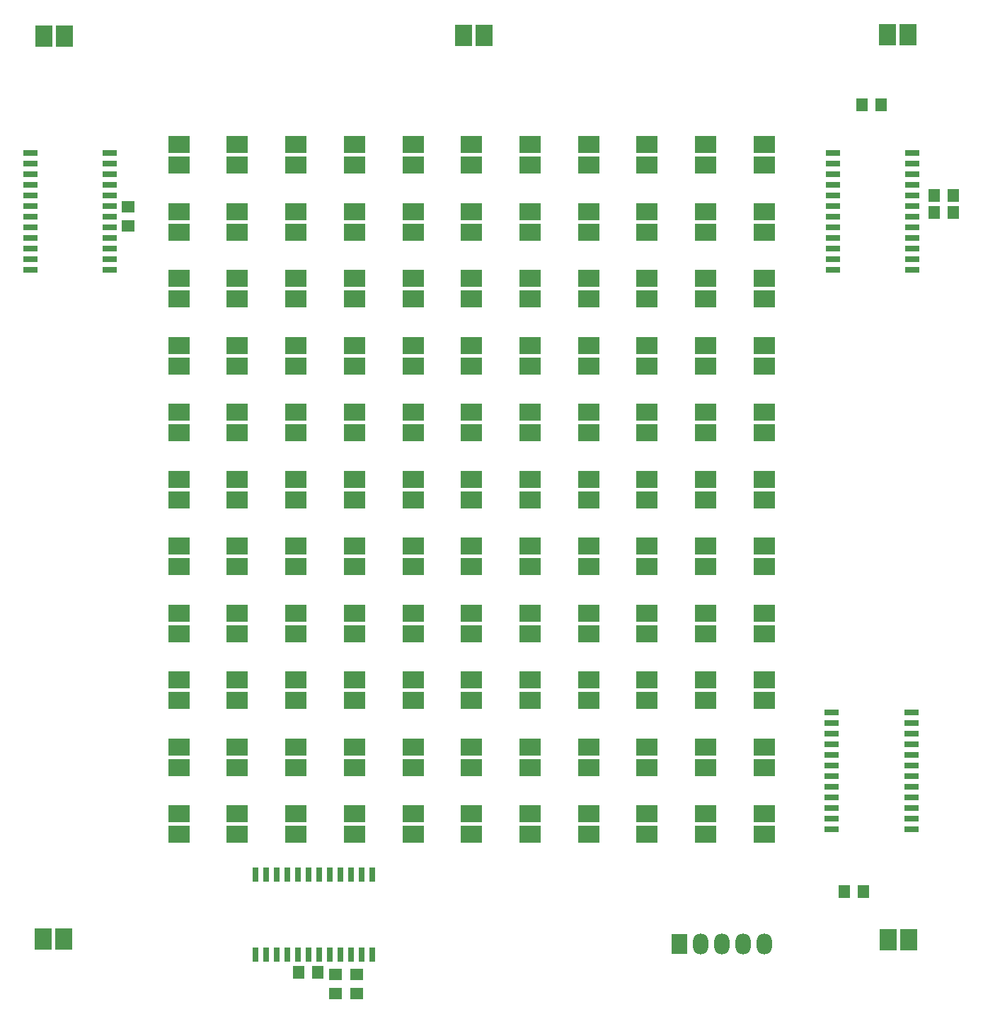
<source format=gts>
G04 Layer_Color=8388736*
%FSTAX24Y24*%
%MOIN*%
G70*
G01*
G75*
%ADD29R,0.0580X0.0630*%
%ADD30R,0.0848X0.0986*%
%ADD31R,0.0986X0.0848*%
%ADD32R,0.0630X0.0580*%
%ADD33R,0.0312X0.0671*%
%ADD34R,0.0671X0.0312*%
%ADD35O,0.0730X0.0980*%
%ADD36R,0.0730X0.0980*%
D29*
X06678Y02388D02*
D03*
X06768D02*
D03*
X04199Y02008D02*
D03*
X04109D02*
D03*
X07102Y05585D02*
D03*
X07192D02*
D03*
X07102Y056655D02*
D03*
X07192D02*
D03*
X06852Y06094D02*
D03*
X06762D02*
D03*
D30*
X048845Y06418D02*
D03*
X04981D02*
D03*
X029045Y021654D02*
D03*
X03001D02*
D03*
X030042Y06417D02*
D03*
X029078D02*
D03*
X069815Y02164D02*
D03*
X06885D02*
D03*
X06976Y06422D02*
D03*
X068795D02*
D03*
D31*
X062992Y027559D02*
D03*
Y026594D02*
D03*
X060236Y027559D02*
D03*
Y026594D02*
D03*
X05748Y027559D02*
D03*
Y026594D02*
D03*
X054724Y027559D02*
D03*
Y026594D02*
D03*
X051968Y027559D02*
D03*
Y026594D02*
D03*
X049213Y027559D02*
D03*
Y026594D02*
D03*
X046457Y027559D02*
D03*
Y026594D02*
D03*
X043701Y027559D02*
D03*
Y026594D02*
D03*
X040945Y027559D02*
D03*
Y026594D02*
D03*
X038189Y027559D02*
D03*
Y026594D02*
D03*
X035433Y027559D02*
D03*
Y026594D02*
D03*
X062992Y030709D02*
D03*
Y029744D02*
D03*
X060236Y030709D02*
D03*
Y029744D02*
D03*
X05748Y030709D02*
D03*
Y029744D02*
D03*
X054724Y030709D02*
D03*
Y029744D02*
D03*
X051968Y030709D02*
D03*
Y029744D02*
D03*
X049213Y030709D02*
D03*
Y029744D02*
D03*
X046457Y030709D02*
D03*
Y029744D02*
D03*
X043701Y030709D02*
D03*
Y029744D02*
D03*
X040945Y030709D02*
D03*
Y029744D02*
D03*
X038189Y030709D02*
D03*
Y029744D02*
D03*
X035433Y030709D02*
D03*
Y029744D02*
D03*
X062992Y033858D02*
D03*
Y032894D02*
D03*
X060236Y033858D02*
D03*
Y032894D02*
D03*
X05748Y033858D02*
D03*
Y032894D02*
D03*
X054724Y033858D02*
D03*
Y032894D02*
D03*
X051968Y033858D02*
D03*
Y032894D02*
D03*
X049213Y033858D02*
D03*
Y032894D02*
D03*
X046457Y033858D02*
D03*
Y032894D02*
D03*
X043701Y033858D02*
D03*
Y032894D02*
D03*
X040945Y033858D02*
D03*
Y032894D02*
D03*
X038189Y033858D02*
D03*
Y032894D02*
D03*
X035433Y033858D02*
D03*
Y032894D02*
D03*
X062992Y037008D02*
D03*
Y036043D02*
D03*
X060236Y037008D02*
D03*
Y036043D02*
D03*
X05748Y037008D02*
D03*
Y036043D02*
D03*
X054724Y037008D02*
D03*
Y036043D02*
D03*
X051968Y037008D02*
D03*
Y036043D02*
D03*
X049213Y037008D02*
D03*
Y036043D02*
D03*
X046457Y037008D02*
D03*
Y036043D02*
D03*
X043701Y037008D02*
D03*
Y036043D02*
D03*
X040945Y037008D02*
D03*
Y036043D02*
D03*
X038189Y037008D02*
D03*
Y036043D02*
D03*
X035433Y037008D02*
D03*
Y036043D02*
D03*
X062992Y040157D02*
D03*
Y039193D02*
D03*
X060236Y040157D02*
D03*
Y039193D02*
D03*
X05748Y040157D02*
D03*
Y039193D02*
D03*
X054724Y040157D02*
D03*
Y039193D02*
D03*
X051968Y040157D02*
D03*
Y039193D02*
D03*
X049213Y040157D02*
D03*
Y039193D02*
D03*
X046457Y040157D02*
D03*
Y039193D02*
D03*
X043701Y040157D02*
D03*
Y039193D02*
D03*
X040945Y040157D02*
D03*
Y039193D02*
D03*
X038189Y040157D02*
D03*
Y039193D02*
D03*
X035433Y040157D02*
D03*
Y039193D02*
D03*
X062992Y043307D02*
D03*
Y042343D02*
D03*
X060236Y043307D02*
D03*
Y042343D02*
D03*
X05748Y043307D02*
D03*
Y042343D02*
D03*
X054724Y043307D02*
D03*
Y042343D02*
D03*
X051968Y043307D02*
D03*
Y042343D02*
D03*
X049213Y043307D02*
D03*
Y042343D02*
D03*
X046457Y043307D02*
D03*
Y042343D02*
D03*
X043701Y043307D02*
D03*
Y042343D02*
D03*
X040945Y043307D02*
D03*
Y042343D02*
D03*
X038189Y043307D02*
D03*
Y042343D02*
D03*
X035433Y043307D02*
D03*
Y042343D02*
D03*
X062992Y046457D02*
D03*
Y045492D02*
D03*
X060236Y046457D02*
D03*
Y045492D02*
D03*
X05748Y046457D02*
D03*
Y045492D02*
D03*
X054724Y046457D02*
D03*
Y045492D02*
D03*
X051968Y046457D02*
D03*
Y045492D02*
D03*
X049213Y046457D02*
D03*
Y045492D02*
D03*
X046457Y046457D02*
D03*
Y045492D02*
D03*
X043701Y046457D02*
D03*
Y045492D02*
D03*
X040945Y046457D02*
D03*
Y045492D02*
D03*
X038189Y046457D02*
D03*
Y045492D02*
D03*
X035433Y046457D02*
D03*
Y045492D02*
D03*
X062992Y049606D02*
D03*
Y048642D02*
D03*
X060236Y049606D02*
D03*
Y048642D02*
D03*
X05748Y049606D02*
D03*
Y048642D02*
D03*
X054724Y049606D02*
D03*
Y048642D02*
D03*
X051968Y049606D02*
D03*
Y048642D02*
D03*
X049213Y049606D02*
D03*
Y048642D02*
D03*
X046457Y049606D02*
D03*
Y048642D02*
D03*
X043701Y049606D02*
D03*
Y048642D02*
D03*
X040945Y049606D02*
D03*
Y048642D02*
D03*
X038189Y049606D02*
D03*
Y048642D02*
D03*
X035433Y049606D02*
D03*
Y048642D02*
D03*
X062992Y052756D02*
D03*
Y051791D02*
D03*
X060236Y052756D02*
D03*
Y051791D02*
D03*
X05748Y052756D02*
D03*
Y051791D02*
D03*
X054724Y052756D02*
D03*
Y051791D02*
D03*
X051968Y052756D02*
D03*
Y051791D02*
D03*
X049213Y052756D02*
D03*
Y051791D02*
D03*
X046457Y052756D02*
D03*
Y051791D02*
D03*
X043701Y052756D02*
D03*
Y051791D02*
D03*
X040945Y052756D02*
D03*
Y051791D02*
D03*
X038189Y052756D02*
D03*
Y051791D02*
D03*
X035433Y052756D02*
D03*
Y051791D02*
D03*
X062992Y055906D02*
D03*
Y054941D02*
D03*
X060236Y055906D02*
D03*
Y054941D02*
D03*
X05748Y055906D02*
D03*
Y054941D02*
D03*
X054724Y055906D02*
D03*
Y054941D02*
D03*
X051968Y055906D02*
D03*
Y054941D02*
D03*
X049213Y055906D02*
D03*
Y054941D02*
D03*
X046457Y055906D02*
D03*
Y054941D02*
D03*
X043701Y055906D02*
D03*
Y054941D02*
D03*
X040945Y055906D02*
D03*
Y054941D02*
D03*
X038189Y055906D02*
D03*
Y054941D02*
D03*
X035433Y055906D02*
D03*
Y054941D02*
D03*
X062992Y059055D02*
D03*
Y058091D02*
D03*
X060236Y059055D02*
D03*
Y058091D02*
D03*
X05748Y059055D02*
D03*
Y058091D02*
D03*
X054724Y059055D02*
D03*
Y058091D02*
D03*
X051968Y059055D02*
D03*
Y058091D02*
D03*
X049213Y059055D02*
D03*
Y058091D02*
D03*
X046457Y059055D02*
D03*
Y058091D02*
D03*
X043701Y059055D02*
D03*
Y058091D02*
D03*
X040945Y059055D02*
D03*
Y058091D02*
D03*
X038189Y059055D02*
D03*
Y058091D02*
D03*
X035433Y059055D02*
D03*
Y058091D02*
D03*
D32*
X0428Y02D02*
D03*
Y0191D02*
D03*
X0438Y02D02*
D03*
Y0191D02*
D03*
X03304Y05613D02*
D03*
Y05523D02*
D03*
D33*
X03905Y02094D02*
D03*
X03955D02*
D03*
X04005D02*
D03*
X04055D02*
D03*
X04105D02*
D03*
X04155D02*
D03*
X04205D02*
D03*
X04255D02*
D03*
X04305D02*
D03*
X04355D02*
D03*
X04405D02*
D03*
X04455D02*
D03*
X03905Y02468D02*
D03*
X03955D02*
D03*
X04005D02*
D03*
X04055D02*
D03*
X04105D02*
D03*
X04155D02*
D03*
X04205D02*
D03*
X04255D02*
D03*
X04305D02*
D03*
X04355D02*
D03*
X04405D02*
D03*
X04455D02*
D03*
D34*
X06619Y03232D02*
D03*
Y03182D02*
D03*
Y03132D02*
D03*
Y03082D02*
D03*
Y03032D02*
D03*
Y02982D02*
D03*
Y02932D02*
D03*
Y02882D02*
D03*
Y02832D02*
D03*
Y02782D02*
D03*
Y02732D02*
D03*
Y02682D02*
D03*
X06993Y03232D02*
D03*
Y03182D02*
D03*
Y03132D02*
D03*
Y03082D02*
D03*
Y03032D02*
D03*
Y02982D02*
D03*
Y02932D02*
D03*
Y02882D02*
D03*
Y02832D02*
D03*
Y02782D02*
D03*
Y02732D02*
D03*
Y02682D02*
D03*
X06998Y053156D02*
D03*
Y053656D02*
D03*
Y054156D02*
D03*
Y054656D02*
D03*
Y055156D02*
D03*
Y055656D02*
D03*
Y056156D02*
D03*
Y056656D02*
D03*
Y057156D02*
D03*
Y057656D02*
D03*
Y058156D02*
D03*
Y058656D02*
D03*
X06624Y053156D02*
D03*
Y053656D02*
D03*
Y054156D02*
D03*
Y054656D02*
D03*
Y055156D02*
D03*
Y055656D02*
D03*
Y056156D02*
D03*
Y056656D02*
D03*
Y057156D02*
D03*
Y057656D02*
D03*
Y058156D02*
D03*
Y058656D02*
D03*
X032185Y053156D02*
D03*
Y053656D02*
D03*
Y054156D02*
D03*
Y054656D02*
D03*
Y055156D02*
D03*
Y055656D02*
D03*
Y056156D02*
D03*
Y056656D02*
D03*
Y057156D02*
D03*
Y057656D02*
D03*
Y058156D02*
D03*
Y058656D02*
D03*
X028445Y053156D02*
D03*
Y053656D02*
D03*
Y054156D02*
D03*
Y054656D02*
D03*
Y055156D02*
D03*
Y055656D02*
D03*
Y056156D02*
D03*
Y056656D02*
D03*
Y057156D02*
D03*
Y057656D02*
D03*
Y058156D02*
D03*
Y058656D02*
D03*
D35*
X06301Y02143D02*
D03*
X06001D02*
D03*
X06101D02*
D03*
X06201D02*
D03*
D36*
X05901D02*
D03*
M02*

</source>
